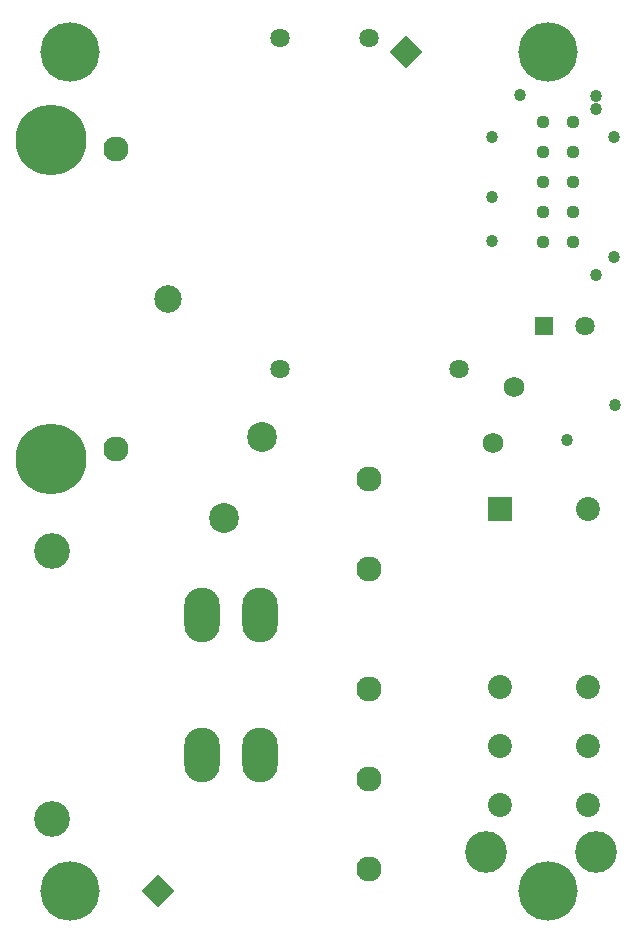
<source format=gbs>
G04*
G04 #@! TF.GenerationSoftware,Altium Limited,Altium Designer,25.4.2 (15)*
G04*
G04 Layer_Color=16711935*
%FSLAX44Y44*%
%MOMM*%
G71*
G04*
G04 #@! TF.SameCoordinates,86A534FD-2627-434A-ABAE-2921FC8DE175*
G04*
G04*
G04 #@! TF.FilePolarity,Negative*
G04*
G01*
G75*
%ADD17C,1.1300*%
%ADD19C,1.6300*%
%ADD20C,3.5300*%
%ADD21C,6.0000*%
%ADD22C,2.1300*%
%ADD23C,2.3300*%
%ADD24R,1.6300X1.6300*%
%ADD25C,5.0300*%
%ADD26C,2.0300*%
%ADD27R,2.0300X2.0300*%
%ADD28C,1.7300*%
%ADD29O,3.0300X4.6300*%
%ADD30C,3.0300*%
%ADD31C,1.0300*%
%ADD58P,2.8284X4X180.0*%
%ADD59C,2.5300*%
D17*
X416300Y664600D02*
D03*
X441700D02*
D03*
Y639200D02*
D03*
X416300D02*
D03*
X441700Y690000D02*
D03*
X416300D02*
D03*
X441700Y715400D02*
D03*
Y740800D02*
D03*
X416300Y715400D02*
D03*
Y740800D02*
D03*
D19*
X193000Y812000D02*
D03*
X269000D02*
D03*
X345000Y532000D02*
D03*
X193000D02*
D03*
X451500Y568000D02*
D03*
D20*
X461000Y123000D02*
D03*
X368000D02*
D03*
D21*
X-840Y726000D02*
D03*
Y456000D02*
D03*
D22*
X54160Y718001D02*
D03*
Y464000D02*
D03*
X269000Y108800D02*
D03*
Y185000D02*
D03*
Y439000D02*
D03*
Y362800D02*
D03*
Y261200D02*
D03*
D23*
X98160Y591000D02*
D03*
D24*
X416500Y568000D02*
D03*
D25*
X420000Y90000D02*
D03*
Y800000D02*
D03*
X16000Y90000D02*
D03*
Y800000D02*
D03*
D26*
X454500Y413000D02*
D03*
Y263000D02*
D03*
Y213000D02*
D03*
Y163000D02*
D03*
X379500D02*
D03*
Y213000D02*
D03*
Y263000D02*
D03*
D27*
Y413000D02*
D03*
D28*
X391375Y516736D02*
D03*
X374000Y469000D02*
D03*
D29*
X176800Y323650D02*
D03*
X127300D02*
D03*
X176800Y204750D02*
D03*
X127300D02*
D03*
D30*
X0Y378000D02*
D03*
Y150400D02*
D03*
D31*
X476000Y627000D02*
D03*
X373000Y640000D02*
D03*
X476000Y728000D02*
D03*
X436000Y472000D02*
D03*
X397000Y764000D02*
D03*
X461000Y611000D02*
D03*
Y752000D02*
D03*
Y763000D02*
D03*
X477000Y501000D02*
D03*
X373000Y677400D02*
D03*
Y728200D02*
D03*
D58*
X300000Y800000D02*
D03*
X90000Y90000D02*
D03*
D59*
X146151Y406014D02*
D03*
X177847Y473987D02*
D03*
M02*

</source>
